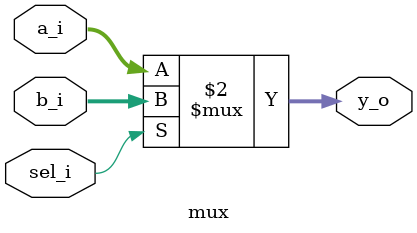
<source format=sv>
module mux (
  input  [7:0] a_i,
  input  [7:0] b_i,
  input        sel_i,
  output [7:0] y_o
);
  assign y_o = (~sel_i) ? a_i : b_i;
endmodule

</source>
